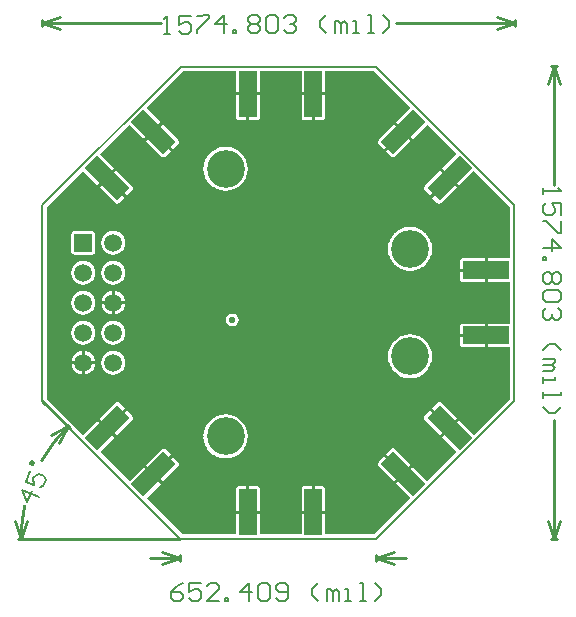
<source format=gbl>
G04 Layer_Physical_Order=4*
G04 Layer_Color=16711680*
%FSLAX44Y44*%
%MOMM*%
G71*
G01*
G75*
G04:AMPARAMS|DCode=13|XSize=3.95mm|YSize=1.5mm|CornerRadius=0mm|HoleSize=0mm|Usage=FLASHONLY|Rotation=315.000|XOffset=0mm|YOffset=0mm|HoleType=Round|Shape=Rectangle|*
%AMROTATEDRECTD13*
4,1,4,-1.9269,0.8662,-0.8662,1.9269,1.9269,-0.8662,0.8662,-1.9269,-1.9269,0.8662,0.0*
%
%ADD13ROTATEDRECTD13*%

%ADD15R,1.5000X3.9500*%
G04:AMPARAMS|DCode=17|XSize=3.95mm|YSize=1.5mm|CornerRadius=0mm|HoleSize=0mm|Usage=FLASHONLY|Rotation=225.000|XOffset=0mm|YOffset=0mm|HoleType=Round|Shape=Rectangle|*
%AMROTATEDRECTD17*
4,1,4,0.8662,1.9269,1.9269,0.8662,-0.8662,-1.9269,-1.9269,-0.8662,0.8662,1.9269,0.0*
%
%ADD17ROTATEDRECTD17*%

%ADD22R,3.9500X1.5000*%
%ADD28C,0.2540*%
%ADD29C,0.1270*%
%ADD30C,0.1524*%
%ADD31C,3.2000*%
%ADD32C,1.5000*%
%ADD33R,1.5000X1.5000*%
%ADD34C,0.5588*%
%ADD35C,0.3556*%
G36*
X1511899Y965139D02*
X1499745Y952986D01*
X1506880Y945852D01*
X1514014Y938717D01*
X1526168Y950870D01*
X1551072Y925966D01*
X1538919Y913812D01*
X1546054Y906678D01*
X1553188Y899543D01*
X1565341Y911697D01*
X1595856Y881182D01*
Y837790D01*
X1577570D01*
Y827700D01*
Y817610D01*
X1595856D01*
Y782390D01*
X1577570D01*
Y772300D01*
Y762210D01*
X1595856D01*
Y718812D01*
X1565317Y688273D01*
X1553188Y700403D01*
X1546054Y693268D01*
X1538919Y686134D01*
X1551048Y674004D01*
X1526144Y649100D01*
X1514014Y661229D01*
X1506880Y654094D01*
X1499745Y646960D01*
X1511875Y634831D01*
X1481188Y604144D01*
X1439870D01*
Y621308D01*
X1429780D01*
X1419690D01*
Y604144D01*
X1384470D01*
Y621308D01*
X1374380D01*
X1364290D01*
Y604144D01*
X1318908D01*
X1288475Y634577D01*
X1300605Y646706D01*
X1293470Y653840D01*
X1286336Y660975D01*
X1274206Y648846D01*
X1249302Y673750D01*
X1261431Y685880D01*
X1254296Y693014D01*
X1247162Y700149D01*
X1235033Y688019D01*
X1204144Y718908D01*
Y881038D01*
X1234779Y911673D01*
X1246908Y899543D01*
X1254042Y906678D01*
X1261177Y913812D01*
X1249048Y925942D01*
X1273952Y950846D01*
X1286082Y938717D01*
X1293216Y945852D01*
X1300351Y952986D01*
X1288221Y965115D01*
X1318962Y995856D01*
X1364290D01*
Y978384D01*
X1374380D01*
X1384470D01*
Y995856D01*
X1419690D01*
Y978384D01*
X1429780D01*
X1439870D01*
Y995856D01*
X1481182D01*
X1511899Y965139D01*
D02*
G37*
%LPC*%
G36*
X1244959Y747930D02*
X1236270D01*
Y739241D01*
X1237621Y739418D01*
X1240063Y740430D01*
X1242161Y742039D01*
X1243770Y744137D01*
X1244782Y746579D01*
X1244959Y747930D01*
D02*
G37*
G36*
X1233730Y759159D02*
X1232379Y758982D01*
X1229937Y757970D01*
X1227839Y756361D01*
X1226230Y754263D01*
X1225218Y751821D01*
X1225041Y750470D01*
X1233730D01*
Y759159D01*
D02*
G37*
G36*
X1236270D02*
Y750470D01*
X1244959D01*
X1244782Y751821D01*
X1243770Y754263D01*
X1242161Y756361D01*
X1240063Y757970D01*
X1237621Y758982D01*
X1236270Y759159D01*
D02*
G37*
G36*
X1355344Y705483D02*
X1355218Y705458D01*
X1355090Y705471D01*
X1351954Y705162D01*
X1351710Y705088D01*
X1351456Y705063D01*
X1348440Y704148D01*
X1348215Y704028D01*
X1347971Y703954D01*
X1345191Y702468D01*
X1344994Y702306D01*
X1344994D01*
X1344994Y702306D01*
X1344769Y702186D01*
X1342333Y700186D01*
X1342171Y699989D01*
X1341974Y699827D01*
X1339974Y697391D01*
X1339854Y697166D01*
X1339854Y697166D01*
X1339854Y697166D01*
X1339692Y696969D01*
X1338206Y694189D01*
X1338132Y693945D01*
X1338012Y693720D01*
X1337097Y690704D01*
X1337072Y690450D01*
X1336998Y690206D01*
X1336689Y687070D01*
X1336714Y686816D01*
Y686816D01*
Y686816D01*
X1336689Y686562D01*
X1336998Y683426D01*
X1337072Y683182D01*
X1337097Y682928D01*
X1338012Y679912D01*
X1338132Y679687D01*
X1338206Y679443D01*
X1339692Y676663D01*
X1339854Y676466D01*
Y676466D01*
X1339854Y676466D01*
X1339974Y676241D01*
X1341974Y673805D01*
X1342171Y673643D01*
X1342333Y673446D01*
X1344769Y671446D01*
X1344994Y671326D01*
X1344994Y671326D01*
X1344994Y671326D01*
X1345191Y671164D01*
X1347971Y669678D01*
X1348215Y669604D01*
X1348440Y669484D01*
X1351456Y668569D01*
X1351710Y668544D01*
X1351954Y668470D01*
X1355090Y668161D01*
X1355218Y668174D01*
X1355344Y668149D01*
X1355470Y668174D01*
X1355598Y668161D01*
X1358734Y668470D01*
X1358978Y668544D01*
X1359232Y668569D01*
X1362248Y669484D01*
X1362473Y669604D01*
X1362717Y669678D01*
X1365497Y671164D01*
X1365694Y671326D01*
X1365694D01*
X1365694Y671326D01*
X1365919Y671446D01*
X1368355Y673446D01*
X1368517Y673643D01*
X1368714Y673805D01*
X1370714Y676241D01*
X1370834Y676466D01*
X1370834Y676466D01*
X1370834Y676466D01*
X1370996Y676663D01*
X1372482Y679443D01*
X1372556Y679687D01*
X1372676Y679912D01*
X1373591Y682928D01*
X1373616Y683182D01*
X1373690Y683426D01*
X1373999Y686562D01*
X1373974Y686816D01*
Y686816D01*
Y686816D01*
X1373999Y687070D01*
X1373690Y690206D01*
X1373616Y690450D01*
X1373591Y690704D01*
X1372676Y693720D01*
X1372556Y693945D01*
X1372482Y694189D01*
X1370996Y696969D01*
X1370834Y697166D01*
Y697166D01*
X1370834Y697166D01*
X1370714Y697391D01*
X1368714Y699827D01*
X1368517Y699989D01*
X1368355Y700186D01*
X1365919Y702186D01*
X1365694Y702306D01*
X1365694Y702306D01*
X1365694Y702306D01*
X1365497Y702468D01*
X1362717Y703954D01*
X1362473Y704028D01*
X1362248Y704148D01*
X1359232Y705063D01*
X1358978Y705088D01*
X1358734Y705162D01*
X1355598Y705471D01*
X1355470Y705458D01*
X1355344Y705483D01*
D02*
G37*
G36*
X1260400Y759327D02*
X1257779Y758982D01*
X1255337Y757970D01*
X1253239Y756361D01*
X1251630Y754263D01*
X1250618Y751821D01*
X1250273Y749200D01*
X1250618Y746579D01*
X1251630Y744137D01*
X1253239Y742039D01*
X1255337Y740430D01*
X1257779Y739418D01*
X1260400Y739073D01*
X1263021Y739418D01*
X1265463Y740430D01*
X1267561Y742039D01*
X1269170Y744137D01*
X1270182Y746579D01*
X1270527Y749200D01*
X1270182Y751821D01*
X1269170Y754263D01*
X1267561Y756361D01*
X1265463Y757970D01*
X1263021Y758982D01*
X1260400Y759327D01*
D02*
G37*
G36*
X1233730Y747930D02*
X1225041D01*
X1225218Y746579D01*
X1226230Y744137D01*
X1227839Y742039D01*
X1229937Y740430D01*
X1232379Y739418D01*
X1233730Y739241D01*
Y747930D01*
D02*
G37*
G36*
X1511554Y773301D02*
X1511428Y773276D01*
X1511300Y773289D01*
X1508164Y772980D01*
X1507920Y772906D01*
X1507666Y772881D01*
X1504650Y771966D01*
X1504425Y771846D01*
X1504181Y771772D01*
X1501401Y770286D01*
X1501204Y770124D01*
X1501204D01*
X1501204Y770124D01*
X1500979Y770004D01*
X1498543Y768004D01*
X1498381Y767807D01*
X1498184Y767645D01*
X1496184Y765209D01*
X1496064Y764984D01*
X1496064Y764984D01*
X1496064Y764984D01*
X1495902Y764787D01*
X1494416Y762007D01*
X1494342Y761763D01*
X1494222Y761538D01*
X1493307Y758522D01*
X1493282Y758268D01*
X1493208Y758024D01*
X1492899Y754888D01*
X1492924Y754634D01*
Y754634D01*
Y754634D01*
X1492899Y754380D01*
X1493208Y751244D01*
X1493282Y751000D01*
X1493307Y750746D01*
X1494222Y747730D01*
X1494342Y747505D01*
X1494416Y747261D01*
X1495902Y744481D01*
X1496064Y744284D01*
Y744284D01*
X1496064Y744284D01*
X1496184Y744059D01*
X1498184Y741623D01*
X1498381Y741461D01*
X1498543Y741264D01*
X1500979Y739264D01*
X1501204Y739144D01*
X1501204Y739144D01*
X1501204Y739144D01*
X1501401Y738982D01*
X1504181Y737496D01*
X1504425Y737422D01*
X1504650Y737302D01*
X1507666Y736387D01*
X1507920Y736362D01*
X1508164Y736288D01*
X1511300Y735979D01*
X1511428Y735992D01*
X1511554Y735967D01*
X1511680Y735992D01*
X1511808Y735979D01*
X1514944Y736288D01*
X1515188Y736362D01*
X1515442Y736387D01*
X1518458Y737302D01*
X1518683Y737422D01*
X1518927Y737496D01*
X1521707Y738982D01*
X1521904Y739144D01*
X1521904D01*
X1521904Y739144D01*
X1522129Y739264D01*
X1524565Y741264D01*
X1524727Y741461D01*
X1524924Y741623D01*
X1526924Y744059D01*
X1527044Y744284D01*
X1527044Y744284D01*
X1527044Y744284D01*
X1527206Y744481D01*
X1528692Y747261D01*
X1528766Y747505D01*
X1528886Y747730D01*
X1529801Y750746D01*
X1529826Y751000D01*
X1529900Y751244D01*
X1530209Y754380D01*
X1530184Y754634D01*
Y754634D01*
Y754634D01*
X1530209Y754888D01*
X1529900Y758024D01*
X1529826Y758268D01*
X1529801Y758522D01*
X1528886Y761538D01*
X1528766Y761763D01*
X1528692Y762007D01*
X1527206Y764787D01*
X1527044Y764984D01*
Y764984D01*
X1527044Y764984D01*
X1526924Y765209D01*
X1524924Y767645D01*
X1524727Y767807D01*
X1524565Y768004D01*
X1522129Y770004D01*
X1521904Y770124D01*
X1521904Y770124D01*
X1521904Y770124D01*
X1521707Y770286D01*
X1518927Y771772D01*
X1518683Y771846D01*
X1518458Y771966D01*
X1515442Y772881D01*
X1515188Y772906D01*
X1514944Y772980D01*
X1511808Y773289D01*
X1511680Y773276D01*
X1511554Y773301D01*
D02*
G37*
G36*
X1575030Y782390D02*
X1556550D01*
X1555559Y782193D01*
X1554719Y781631D01*
X1554157Y780791D01*
X1553960Y779800D01*
Y773570D01*
X1575030D01*
Y782390D01*
D02*
G37*
G36*
X1360932Y790807D02*
X1358851Y790393D01*
X1357086Y789214D01*
X1355907Y787449D01*
X1355493Y785368D01*
X1355907Y783287D01*
X1357086Y781522D01*
X1358851Y780343D01*
X1360932Y779930D01*
X1363013Y780343D01*
X1364778Y781522D01*
X1365957Y783287D01*
X1366371Y785368D01*
X1365957Y787449D01*
X1364778Y789214D01*
X1363013Y790393D01*
X1360932Y790807D01*
D02*
G37*
G36*
X1575030Y771030D02*
X1553960D01*
Y764800D01*
X1554157Y763809D01*
X1554719Y762969D01*
X1555559Y762407D01*
X1556550Y762210D01*
X1575030D01*
Y771030D01*
D02*
G37*
G36*
X1235000Y784727D02*
X1232379Y784382D01*
X1229937Y783370D01*
X1227839Y781761D01*
X1226230Y779663D01*
X1225218Y777221D01*
X1224873Y774600D01*
X1225218Y771979D01*
X1226230Y769537D01*
X1227839Y767439D01*
X1229937Y765830D01*
X1232379Y764818D01*
X1235000Y764473D01*
X1237621Y764818D01*
X1240063Y765830D01*
X1242161Y767439D01*
X1243770Y769537D01*
X1244782Y771979D01*
X1245127Y774600D01*
X1244782Y777221D01*
X1243770Y779663D01*
X1242161Y781761D01*
X1240063Y783370D01*
X1237621Y784382D01*
X1235000Y784727D01*
D02*
G37*
G36*
X1260400D02*
X1257779Y784382D01*
X1255337Y783370D01*
X1253239Y781761D01*
X1251630Y779663D01*
X1250618Y777221D01*
X1250273Y774600D01*
X1250618Y771979D01*
X1251630Y769537D01*
X1253239Y767439D01*
X1255337Y765830D01*
X1257779Y764818D01*
X1260400Y764473D01*
X1263021Y764818D01*
X1265463Y765830D01*
X1267561Y767439D01*
X1269170Y769537D01*
X1270182Y771979D01*
X1270527Y774600D01*
X1270182Y777221D01*
X1269170Y779663D01*
X1267561Y781761D01*
X1265463Y783370D01*
X1263021Y784382D01*
X1260400Y784727D01*
D02*
G37*
G36*
X1381880Y644918D02*
X1375650D01*
Y623848D01*
X1384470D01*
Y642328D01*
X1384273Y643319D01*
X1383711Y644159D01*
X1382871Y644721D01*
X1381880Y644918D01*
D02*
G37*
G36*
X1311063Y669637D02*
X1296164Y654738D01*
X1302401Y648502D01*
X1315468Y661569D01*
X1316030Y662410D01*
X1316227Y663401D01*
X1316030Y664392D01*
X1315468Y665232D01*
X1311063Y669637D01*
D02*
G37*
G36*
X1489287Y669891D02*
X1484882Y665486D01*
X1484321Y664646D01*
X1484123Y663655D01*
X1484321Y662663D01*
X1484882Y661823D01*
X1497949Y648756D01*
X1504186Y654993D01*
X1489287Y669891D01*
D02*
G37*
G36*
X1428510Y644918D02*
X1422280D01*
X1421289Y644721D01*
X1420449Y644159D01*
X1419887Y643319D01*
X1419690Y642328D01*
Y623848D01*
X1428510D01*
Y644918D01*
D02*
G37*
G36*
X1437280D02*
X1431050D01*
Y623848D01*
X1439870D01*
Y642328D01*
X1439673Y643319D01*
X1439111Y644159D01*
X1438271Y644721D01*
X1437280Y644918D01*
D02*
G37*
G36*
X1373110D02*
X1366880D01*
X1365889Y644721D01*
X1365049Y644159D01*
X1364487Y643319D01*
X1364290Y642328D01*
Y623848D01*
X1373110D01*
Y644918D01*
D02*
G37*
G36*
X1528461Y709065D02*
X1524056Y704660D01*
X1523494Y703819D01*
X1523297Y702828D01*
X1523494Y701837D01*
X1524056Y700997D01*
X1537123Y687930D01*
X1543360Y694166D01*
X1528461Y709065D01*
D02*
G37*
G36*
X1263857Y715771D02*
X1262866Y715574D01*
X1262025Y715012D01*
X1248958Y701945D01*
X1255194Y695708D01*
X1270093Y710607D01*
X1265688Y715012D01*
X1264848Y715574D01*
X1263857Y715771D01*
D02*
G37*
G36*
X1536493Y716025D02*
X1535502Y715827D01*
X1534662Y715266D01*
X1530257Y710861D01*
X1545156Y695962D01*
X1551392Y702199D01*
X1538325Y715266D01*
X1537484Y715827D01*
X1536493Y716025D01*
D02*
G37*
G36*
X1303030Y676597D02*
X1302039Y676400D01*
X1301199Y675838D01*
X1288132Y662771D01*
X1294368Y656535D01*
X1309267Y671433D01*
X1304861Y675838D01*
X1304021Y676400D01*
X1303030Y676597D01*
D02*
G37*
G36*
X1497320Y676851D02*
X1496329Y676654D01*
X1495488Y676092D01*
X1491083Y671687D01*
X1505982Y656788D01*
X1512218Y663025D01*
X1499151Y676092D01*
X1498311Y676654D01*
X1497320Y676851D01*
D02*
G37*
G36*
X1271889Y708811D02*
X1256991Y693912D01*
X1263227Y687676D01*
X1276294Y700743D01*
X1276856Y701583D01*
X1277053Y702574D01*
X1276856Y703565D01*
X1276294Y704406D01*
X1271889Y708811D01*
D02*
G37*
G36*
X1235000Y810127D02*
X1232379Y809782D01*
X1229937Y808770D01*
X1227839Y807161D01*
X1226230Y805063D01*
X1225218Y802621D01*
X1224873Y800000D01*
X1225218Y797379D01*
X1226230Y794937D01*
X1227839Y792839D01*
X1229937Y791230D01*
X1232379Y790218D01*
X1235000Y789873D01*
X1237621Y790218D01*
X1240063Y791230D01*
X1242161Y792839D01*
X1243770Y794937D01*
X1244782Y797379D01*
X1245127Y800000D01*
X1244782Y802621D01*
X1243770Y805063D01*
X1242161Y807161D01*
X1240063Y808770D01*
X1237621Y809782D01*
X1235000Y810127D01*
D02*
G37*
G36*
X1294114Y943157D02*
X1287878Y936921D01*
X1300945Y923854D01*
X1301785Y923292D01*
X1302776Y923095D01*
X1303767Y923292D01*
X1304608Y923854D01*
X1309013Y928259D01*
X1294114Y943157D01*
D02*
G37*
G36*
X1505982Y943158D02*
X1491083Y928259D01*
X1495488Y923854D01*
X1496329Y923292D01*
X1497320Y923095D01*
X1498311Y923292D01*
X1499151Y923854D01*
X1512218Y936921D01*
X1505982Y943158D01*
D02*
G37*
G36*
X1302147Y951190D02*
X1295910Y944954D01*
X1310809Y930055D01*
X1315214Y934460D01*
X1315775Y935300D01*
X1315973Y936291D01*
X1315775Y937282D01*
X1315214Y938123D01*
X1302147Y951190D01*
D02*
G37*
G36*
X1545156Y903984D02*
X1530257Y889085D01*
X1534662Y884680D01*
X1535502Y884118D01*
X1536493Y883921D01*
X1537484Y884118D01*
X1538325Y884680D01*
X1551392Y897747D01*
X1545156Y903984D01*
D02*
G37*
G36*
X1262973Y912016D02*
X1256737Y905780D01*
X1271635Y890881D01*
X1276040Y895286D01*
X1276602Y896127D01*
X1276799Y897118D01*
X1276602Y898109D01*
X1276040Y898949D01*
X1262973Y912016D01*
D02*
G37*
G36*
X1537123Y912016D02*
X1524056Y898949D01*
X1523494Y898109D01*
X1523297Y897118D01*
X1523494Y896127D01*
X1524056Y895286D01*
X1528461Y890881D01*
X1543360Y905780D01*
X1537123Y912016D01*
D02*
G37*
G36*
X1384470Y975844D02*
X1375650D01*
Y954774D01*
X1381880D01*
X1382871Y954971D01*
X1383711Y955533D01*
X1384273Y956373D01*
X1384470Y957364D01*
Y975844D01*
D02*
G37*
G36*
X1428510Y975844D02*
X1419690D01*
Y957364D01*
X1419887Y956373D01*
X1420449Y955533D01*
X1421289Y954971D01*
X1422280Y954774D01*
X1428510D01*
Y975844D01*
D02*
G37*
G36*
X1439870D02*
X1431050D01*
Y954774D01*
X1437280D01*
X1438271Y954971D01*
X1439111Y955533D01*
X1439673Y956373D01*
X1439870Y957364D01*
Y975844D01*
D02*
G37*
G36*
X1497949Y951190D02*
X1484882Y938123D01*
X1484321Y937282D01*
X1484123Y936291D01*
X1484321Y935300D01*
X1484882Y934460D01*
X1489287Y930055D01*
X1504186Y944954D01*
X1497949Y951190D01*
D02*
G37*
G36*
X1355344Y932051D02*
X1355218Y932026D01*
X1355090Y932039D01*
X1351954Y931730D01*
X1351710Y931656D01*
X1351456Y931631D01*
X1348440Y930716D01*
X1348215Y930596D01*
X1347971Y930522D01*
X1345191Y929036D01*
X1344994Y928874D01*
X1344994D01*
X1344994Y928874D01*
X1344769Y928754D01*
X1342333Y926754D01*
X1342171Y926557D01*
X1341974Y926395D01*
X1339974Y923959D01*
X1339854Y923734D01*
X1339854Y923734D01*
X1339854Y923734D01*
X1339692Y923537D01*
X1338206Y920757D01*
X1338132Y920513D01*
X1338012Y920288D01*
X1337097Y917272D01*
X1337072Y917018D01*
X1336998Y916774D01*
X1336689Y913638D01*
X1336714Y913384D01*
Y913384D01*
Y913384D01*
X1336689Y913130D01*
X1336998Y909994D01*
X1337072Y909750D01*
X1337097Y909496D01*
X1338012Y906480D01*
X1338132Y906255D01*
X1338206Y906011D01*
X1339692Y903231D01*
X1339854Y903034D01*
Y903034D01*
X1339854Y903034D01*
X1339974Y902809D01*
X1341974Y900373D01*
X1342171Y900211D01*
X1342333Y900014D01*
X1344769Y898014D01*
X1344994Y897894D01*
X1344994Y897894D01*
X1344994Y897894D01*
X1345191Y897732D01*
X1347971Y896246D01*
X1348215Y896172D01*
X1348440Y896052D01*
X1351456Y895137D01*
X1351710Y895112D01*
X1351954Y895038D01*
X1355090Y894729D01*
X1355218Y894742D01*
X1355344Y894717D01*
X1355470Y894742D01*
X1355598Y894729D01*
X1358734Y895038D01*
X1358978Y895112D01*
X1359232Y895137D01*
X1362248Y896052D01*
X1362473Y896172D01*
X1362717Y896246D01*
X1365497Y897732D01*
X1365694Y897894D01*
X1365694D01*
X1365694Y897894D01*
X1365919Y898014D01*
X1368355Y900014D01*
X1368517Y900211D01*
X1368714Y900373D01*
X1370714Y902809D01*
X1370834Y903034D01*
X1370834Y903034D01*
X1370834Y903034D01*
X1370996Y903231D01*
X1372482Y906011D01*
X1372556Y906255D01*
X1372676Y906480D01*
X1373591Y909496D01*
X1373616Y909750D01*
X1373690Y909994D01*
X1373999Y913130D01*
X1373974Y913384D01*
Y913384D01*
Y913384D01*
X1373999Y913638D01*
X1373690Y916774D01*
X1373616Y917018D01*
X1373591Y917272D01*
X1372676Y920288D01*
X1372556Y920513D01*
X1372482Y920757D01*
X1370996Y923537D01*
X1370834Y923734D01*
Y923734D01*
X1370834Y923734D01*
X1370714Y923959D01*
X1368714Y926395D01*
X1368517Y926557D01*
X1368355Y926754D01*
X1365919Y928754D01*
X1365694Y928874D01*
X1365694Y928874D01*
X1365694Y928874D01*
X1365497Y929036D01*
X1362717Y930522D01*
X1362473Y930596D01*
X1362248Y930716D01*
X1359232Y931631D01*
X1358978Y931656D01*
X1358734Y931730D01*
X1355598Y932039D01*
X1355470Y932026D01*
X1355344Y932051D01*
D02*
G37*
G36*
X1373110Y975844D02*
X1364290D01*
Y957364D01*
X1364487Y956373D01*
X1365049Y955533D01*
X1365889Y954971D01*
X1366880Y954774D01*
X1373110D01*
Y975844D01*
D02*
G37*
G36*
X1261670Y809959D02*
Y801270D01*
X1270359D01*
X1270182Y802621D01*
X1269170Y805063D01*
X1267561Y807161D01*
X1265463Y808770D01*
X1263021Y809782D01*
X1261670Y809959D01*
D02*
G37*
G36*
X1235000Y835527D02*
X1232379Y835182D01*
X1229937Y834170D01*
X1227839Y832561D01*
X1226230Y830463D01*
X1225218Y828021D01*
X1224873Y825400D01*
X1225218Y822779D01*
X1226230Y820337D01*
X1227839Y818239D01*
X1229937Y816630D01*
X1232379Y815618D01*
X1235000Y815273D01*
X1237621Y815618D01*
X1240063Y816630D01*
X1242161Y818239D01*
X1243770Y820337D01*
X1244782Y822779D01*
X1245127Y825400D01*
X1244782Y828021D01*
X1243770Y830463D01*
X1242161Y832561D01*
X1240063Y834170D01*
X1237621Y835182D01*
X1235000Y835527D01*
D02*
G37*
G36*
X1260400D02*
X1257779Y835182D01*
X1255337Y834170D01*
X1253239Y832561D01*
X1251630Y830463D01*
X1250618Y828021D01*
X1250273Y825400D01*
X1250618Y822779D01*
X1251630Y820337D01*
X1253239Y818239D01*
X1255337Y816630D01*
X1257779Y815618D01*
X1260400Y815273D01*
X1263021Y815618D01*
X1265463Y816630D01*
X1267561Y818239D01*
X1269170Y820337D01*
X1270182Y822779D01*
X1270527Y825400D01*
X1270182Y828021D01*
X1269170Y830463D01*
X1267561Y832561D01*
X1265463Y834170D01*
X1263021Y835182D01*
X1260400Y835527D01*
D02*
G37*
G36*
X1259130Y798730D02*
X1250441D01*
X1250618Y797379D01*
X1251630Y794937D01*
X1253239Y792839D01*
X1255337Y791230D01*
X1257779Y790218D01*
X1259130Y790041D01*
Y798730D01*
D02*
G37*
G36*
X1270359D02*
X1261670D01*
Y790041D01*
X1263021Y790218D01*
X1265463Y791230D01*
X1267561Y792839D01*
X1269170Y794937D01*
X1270182Y797379D01*
X1270359Y798730D01*
D02*
G37*
G36*
X1259130Y809959D02*
X1257779Y809782D01*
X1255337Y808770D01*
X1253239Y807161D01*
X1251630Y805063D01*
X1250618Y802621D01*
X1250441Y801270D01*
X1259130D01*
Y809959D01*
D02*
G37*
G36*
X1242500Y860890D02*
X1227500D01*
X1226509Y860693D01*
X1225669Y860131D01*
X1225107Y859291D01*
X1224910Y858300D01*
Y843300D01*
X1225107Y842309D01*
X1225669Y841469D01*
X1226509Y840907D01*
X1227500Y840710D01*
X1242500D01*
X1243491Y840907D01*
X1244331Y841469D01*
X1244893Y842309D01*
X1245090Y843300D01*
Y858300D01*
X1244893Y859291D01*
X1244331Y860131D01*
X1243491Y860693D01*
X1242500Y860890D01*
D02*
G37*
G36*
X1511554Y864233D02*
X1511428Y864208D01*
X1511300Y864221D01*
X1508164Y863912D01*
X1507920Y863838D01*
X1507666Y863813D01*
X1504650Y862898D01*
X1504425Y862778D01*
X1504181Y862704D01*
X1501401Y861218D01*
X1501204Y861056D01*
X1501204D01*
X1501204Y861056D01*
X1500979Y860936D01*
X1498543Y858936D01*
X1498381Y858739D01*
X1498184Y858577D01*
X1496184Y856141D01*
X1496064Y855916D01*
X1496064Y855916D01*
X1496064Y855916D01*
X1495902Y855719D01*
X1494416Y852939D01*
X1494342Y852695D01*
X1494222Y852470D01*
X1493307Y849454D01*
X1493282Y849200D01*
X1493208Y848956D01*
X1492899Y845820D01*
X1492924Y845566D01*
Y845566D01*
Y845566D01*
X1492899Y845312D01*
X1493208Y842176D01*
X1493282Y841932D01*
X1493307Y841678D01*
X1494222Y838662D01*
X1494342Y838437D01*
X1494416Y838193D01*
X1495902Y835413D01*
X1496064Y835216D01*
Y835216D01*
X1496064Y835216D01*
X1496184Y834991D01*
X1498184Y832555D01*
X1498381Y832393D01*
X1498543Y832196D01*
X1500979Y830196D01*
X1501204Y830076D01*
X1501204Y830076D01*
X1501204Y830076D01*
X1501401Y829914D01*
X1504181Y828428D01*
X1504425Y828354D01*
X1504650Y828234D01*
X1507666Y827319D01*
X1507920Y827294D01*
X1508164Y827220D01*
X1511300Y826911D01*
X1511428Y826924D01*
X1511554Y826899D01*
X1511680Y826924D01*
X1511808Y826911D01*
X1514944Y827220D01*
X1515188Y827294D01*
X1515442Y827319D01*
X1518458Y828234D01*
X1518683Y828354D01*
X1518927Y828428D01*
X1521707Y829914D01*
X1521904Y830076D01*
X1521904D01*
X1521904Y830076D01*
X1522129Y830196D01*
X1524565Y832196D01*
X1524727Y832393D01*
X1524924Y832555D01*
X1526924Y834991D01*
X1527044Y835216D01*
X1527044Y835216D01*
X1527044Y835216D01*
X1527206Y835413D01*
X1528692Y838193D01*
X1528766Y838437D01*
X1528886Y838662D01*
X1529801Y841678D01*
X1529826Y841932D01*
X1529900Y842176D01*
X1530209Y845312D01*
X1530184Y845566D01*
Y845566D01*
Y845566D01*
X1530209Y845820D01*
X1529900Y848956D01*
X1529826Y849200D01*
X1529801Y849454D01*
X1528886Y852470D01*
X1528766Y852695D01*
X1528692Y852939D01*
X1527206Y855719D01*
X1527044Y855916D01*
Y855916D01*
X1527044Y855916D01*
X1526924Y856141D01*
X1524924Y858577D01*
X1524727Y858739D01*
X1524565Y858936D01*
X1522129Y860936D01*
X1521904Y861056D01*
X1521904Y861056D01*
X1521904Y861056D01*
X1521707Y861218D01*
X1518927Y862704D01*
X1518683Y862778D01*
X1518458Y862898D01*
X1515442Y863813D01*
X1515188Y863838D01*
X1514944Y863912D01*
X1511808Y864221D01*
X1511680Y864208D01*
X1511554Y864233D01*
D02*
G37*
G36*
X1254940Y903984D02*
X1248704Y897747D01*
X1261771Y884680D01*
X1262611Y884118D01*
X1263603Y883921D01*
X1264594Y884118D01*
X1265434Y884680D01*
X1269839Y889085D01*
X1254940Y903984D01*
D02*
G37*
G36*
X1575030Y826430D02*
X1553960D01*
Y820200D01*
X1554157Y819209D01*
X1554719Y818369D01*
X1555559Y817807D01*
X1556550Y817610D01*
X1575030D01*
Y826430D01*
D02*
G37*
G36*
Y837790D02*
X1556550D01*
X1555559Y837593D01*
X1554719Y837031D01*
X1554157Y836191D01*
X1553960Y835200D01*
Y828970D01*
X1575030D01*
Y837790D01*
D02*
G37*
G36*
X1260400Y860927D02*
X1257779Y860582D01*
X1255337Y859570D01*
X1253239Y857961D01*
X1251630Y855863D01*
X1250618Y853421D01*
X1250273Y850800D01*
X1250618Y848179D01*
X1251630Y845737D01*
X1253239Y843639D01*
X1255337Y842030D01*
X1257779Y841018D01*
X1260400Y840673D01*
X1263021Y841018D01*
X1265463Y842030D01*
X1267561Y843639D01*
X1269170Y845737D01*
X1270182Y848179D01*
X1270527Y850800D01*
X1270182Y853421D01*
X1269170Y855863D01*
X1267561Y857961D01*
X1265463Y859570D01*
X1263021Y860582D01*
X1260400Y860927D01*
D02*
G37*
%LPD*%
D13*
X1254940Y905780D02*
D03*
X1294114Y944954D02*
D03*
X1545155Y694166D02*
D03*
X1505982Y654993D02*
D03*
D15*
X1374380Y977114D02*
D03*
X1429780D02*
D03*
Y622578D02*
D03*
X1374380D02*
D03*
D17*
X1505982Y944954D02*
D03*
X1545155Y905780D02*
D03*
X1294368Y654738D02*
D03*
X1255194Y693912D02*
D03*
D22*
X1576300Y827700D02*
D03*
Y772300D02*
D03*
D28*
X1185307Y627934D02*
G03*
X1182381Y599940I131885J-27934D01*
G01*
X1221866Y695326D02*
G03*
X1199881Y666424I95326J-95326D01*
G01*
X1179841Y599939D02*
X1317192Y600000D01*
X1200000Y717192D02*
X1223662Y693530D01*
X1182381Y599940D02*
X1187454Y615182D01*
X1177294Y615177D02*
X1182381Y599940D01*
X1207498Y688142D02*
X1221866Y695326D01*
X1214682Y680957D02*
X1221866Y695326D01*
X1600267Y1039726D02*
X1600269Y1034646D01*
X1200267Y1039582D02*
X1200269Y1034502D01*
X1585030Y1032101D02*
X1600268Y1037186D01*
X1585026Y1042261D02*
X1600268Y1037186D01*
X1200268Y1037042D02*
X1215510Y1031968D01*
X1200268Y1037042D02*
X1215506Y1042128D01*
X1499551Y1037150D02*
X1600268Y1037186D01*
X1200268Y1037042D02*
X1300985Y1037079D01*
X1482829Y581152D02*
Y586232D01*
X1317117Y581152D02*
Y586232D01*
X1482829Y583692D02*
X1498069Y578612D01*
X1482829Y583692D02*
X1498069Y588772D01*
X1301877Y578612D02*
X1317117Y583692D01*
X1301877Y588772D02*
X1317117Y583692D01*
X1482829D02*
X1508229D01*
X1291717D02*
X1317117D01*
X1630940Y600125D02*
X1636020Y600125D01*
X1630934Y1000125D02*
X1636014Y1000125D01*
X1628400Y615365D02*
X1633480Y600125D01*
X1638560Y615365D01*
X1628394Y984885D02*
X1633474Y1000125D01*
X1638554Y984885D01*
X1633479Y700842D02*
X1633480Y600125D01*
X1633474Y1000125D02*
X1633475Y899408D01*
D29*
X1200000Y717192D02*
Y882754D01*
X1317246Y1000000D01*
X1482898D01*
X1600000Y882898D01*
Y717096D02*
Y882898D01*
X1482904Y600000D02*
X1600000Y717096D01*
X1317192Y600000D02*
X1482904D01*
X1200000Y717192D02*
X1317192Y600000D01*
D30*
X1197300Y635613D02*
X1183223Y641440D01*
X1187348Y631488D01*
X1191232Y640872D01*
X1190021Y657863D02*
X1186136Y648478D01*
X1193175Y645565D01*
X1192771Y651228D01*
X1193742Y653574D01*
X1197059Y654949D01*
X1201752Y653007D01*
X1203127Y649689D01*
X1201184Y644997D01*
X1197867Y643622D01*
X1191959Y662557D02*
X1189613Y663528D01*
X1190584Y665874D01*
X1192930Y664903D01*
X1191959Y662557D01*
X1303528Y1027938D02*
X1308606Y1027940D01*
X1306067Y1027939D01*
X1306062Y1043174D01*
X1303523Y1040634D01*
X1326375Y1043181D02*
X1316218Y1043178D01*
X1316221Y1035560D01*
X1321299Y1038101D01*
X1323838Y1038102D01*
X1326378Y1035564D01*
X1326380Y1030485D01*
X1323841Y1027945D01*
X1318763Y1027943D01*
X1316223Y1030482D01*
X1331454Y1043183D02*
X1341610Y1043187D01*
X1341611Y1040648D01*
X1331458Y1030487D01*
X1331459Y1027948D01*
X1354312Y1027956D02*
X1354306Y1043191D01*
X1346691Y1035571D01*
X1356848Y1035575D01*
X1361929Y1027959D02*
X1361928Y1030498D01*
X1364467Y1030499D01*
X1364468Y1027960D01*
X1361929Y1027959D01*
X1374620Y1040659D02*
X1377159Y1043200D01*
X1382237Y1043201D01*
X1384777Y1040663D01*
X1384778Y1038124D01*
X1382240Y1035584D01*
X1384780Y1033046D01*
X1384781Y1030506D01*
X1382242Y1027966D01*
X1377164Y1027964D01*
X1374624Y1030503D01*
X1374623Y1033042D01*
X1377161Y1035582D01*
X1374621Y1038120D01*
X1374620Y1040659D01*
X1377161Y1035582D02*
X1382240Y1035584D01*
X1389855Y1040665D02*
X1392394Y1043205D01*
X1397472Y1043207D01*
X1400012Y1040669D01*
X1400016Y1030512D01*
X1397478Y1027972D01*
X1392399Y1027970D01*
X1389859Y1030508D01*
X1389855Y1040665D01*
X1405091Y1040670D02*
X1407629Y1043211D01*
X1412707Y1043212D01*
X1415247Y1040674D01*
X1415248Y1038135D01*
X1412710Y1035595D01*
X1410171Y1035594D01*
X1412710Y1035595D01*
X1415250Y1033057D01*
X1415251Y1030517D01*
X1412713Y1027977D01*
X1407634Y1027975D01*
X1405094Y1030514D01*
X1440644Y1027987D02*
X1435563Y1033064D01*
X1435562Y1038142D01*
X1440638Y1043222D01*
X1448261Y1027990D02*
X1448257Y1038147D01*
X1450797Y1038148D01*
X1453337Y1035610D01*
X1453340Y1027992D01*
X1453337Y1035610D01*
X1455875Y1038150D01*
X1458415Y1035611D01*
X1458418Y1027994D01*
X1463496Y1027996D02*
X1468575Y1027997D01*
X1466035Y1027997D01*
X1466032Y1038153D01*
X1463493Y1038152D01*
X1476192Y1028000D02*
X1481270Y1028002D01*
X1478731Y1028001D01*
X1478726Y1043236D01*
X1476187Y1043235D01*
X1488888Y1028005D02*
X1493965Y1033085D01*
X1493963Y1038163D01*
X1488882Y1043240D01*
X1319734Y562361D02*
X1314656Y559822D01*
X1309578Y554743D01*
Y549665D01*
X1312117Y547126D01*
X1317195D01*
X1319734Y549665D01*
Y552204D01*
X1317195Y554743D01*
X1309578D01*
X1334970Y562361D02*
X1324813D01*
Y554743D01*
X1329891Y557283D01*
X1332430D01*
X1334970Y554743D01*
Y549665D01*
X1332430Y547126D01*
X1327352D01*
X1324813Y549665D01*
X1350205Y547126D02*
X1340048D01*
X1350205Y557283D01*
Y559822D01*
X1347666Y562361D01*
X1342587D01*
X1340048Y559822D01*
X1355283Y547126D02*
Y549665D01*
X1357822D01*
Y547126D01*
X1355283D01*
X1375596D02*
Y562361D01*
X1367979Y554743D01*
X1378136D01*
X1383214Y559822D02*
X1385753Y562361D01*
X1390831D01*
X1393371Y559822D01*
Y549665D01*
X1390831Y547126D01*
X1385753D01*
X1383214Y549665D01*
Y559822D01*
X1398449Y549665D02*
X1400988Y547126D01*
X1406067D01*
X1408606Y549665D01*
Y559822D01*
X1406067Y562361D01*
X1400988D01*
X1398449Y559822D01*
Y557283D01*
X1400988Y554743D01*
X1408606D01*
X1433997Y547126D02*
X1428919Y552204D01*
Y557283D01*
X1433997Y562361D01*
X1441615Y547126D02*
Y557283D01*
X1444154D01*
X1446693Y554743D01*
Y547126D01*
Y554743D01*
X1449233Y557283D01*
X1451772Y554743D01*
Y547126D01*
X1456850D02*
X1461929D01*
X1459389D01*
Y557283D01*
X1456850D01*
X1469546Y547126D02*
X1474624D01*
X1472085D01*
Y562361D01*
X1469546D01*
X1482242Y547126D02*
X1487320Y552204D01*
Y557283D01*
X1482242Y562361D01*
X1624334Y896868D02*
X1624334Y891790D01*
X1624334Y894329D01*
X1639569Y894329D01*
X1637030Y896868D01*
X1639569Y874016D02*
X1639569Y884172D01*
X1631952Y884172D01*
X1634491Y879094D01*
X1634491Y876555D01*
X1631952Y874016D01*
X1626873Y874016D01*
X1624334Y876555D01*
X1624334Y881633D01*
X1626873Y884172D01*
X1639570Y868937D02*
X1639570Y858781D01*
X1637030Y858781D01*
X1626874Y868937D01*
X1624334Y868937D01*
X1624335Y846085D02*
X1639570Y846085D01*
X1631952Y853702D01*
X1631952Y843545D01*
X1624335Y838467D02*
X1626874Y838467D01*
X1626874Y835928D01*
X1624335Y835928D01*
X1624335Y838467D01*
X1637031Y825771D02*
X1639570Y823232D01*
X1639570Y818154D01*
X1637031Y815614D01*
X1634492Y815614D01*
X1631953Y818154D01*
X1629414Y815614D01*
X1626874Y815614D01*
X1624335Y818154D01*
X1624335Y823232D01*
X1626874Y825771D01*
X1629413Y825771D01*
X1631953Y823232D01*
X1634492Y825771D01*
X1637031Y825771D01*
X1631953Y823232D02*
X1631953Y818154D01*
X1637031Y810536D02*
X1639570Y807997D01*
X1639570Y802919D01*
X1637031Y800379D01*
X1626875Y800379D01*
X1624335Y802918D01*
X1624335Y807997D01*
X1626875Y810536D01*
X1637031Y810536D01*
X1637031Y795301D02*
X1639571Y792762D01*
X1639571Y787684D01*
X1637032Y785144D01*
X1634492Y785144D01*
X1631953Y787683D01*
X1631953Y790223D01*
X1631953Y787683D01*
X1629414Y785144D01*
X1626875Y785144D01*
X1624336Y787683D01*
X1624336Y792762D01*
X1626875Y795301D01*
X1624336Y759752D02*
X1629414Y764831D01*
X1634493Y764831D01*
X1639571Y759753D01*
X1624336Y752135D02*
X1634493Y752135D01*
X1634493Y749596D01*
X1631954Y747057D01*
X1624336Y747057D01*
X1631954Y747057D01*
X1634493Y744518D01*
X1631954Y741978D01*
X1624336Y741978D01*
X1624336Y736900D02*
X1624337Y731822D01*
X1624337Y734361D01*
X1634493Y734361D01*
X1634493Y736900D01*
X1624337Y724204D02*
X1624337Y719126D01*
X1624337Y721665D01*
X1639572Y721665D01*
X1639572Y724204D01*
X1624337Y711508D02*
X1629415Y706430D01*
X1634494Y706430D01*
X1639572Y711508D01*
D31*
X1355344Y913384D02*
D03*
Y686816D02*
D03*
X1511554Y845566D02*
D03*
Y754634D02*
D03*
D32*
X1260400Y749200D02*
D03*
X1235000D02*
D03*
X1260400Y774600D02*
D03*
X1235000D02*
D03*
X1260400Y800000D02*
D03*
X1235000D02*
D03*
X1260400Y825400D02*
D03*
X1235000D02*
D03*
X1260400Y850800D02*
D03*
D33*
X1235000D02*
D03*
D34*
X1349808Y732099D02*
D03*
X1349059Y754331D02*
D03*
X1357879Y840041D02*
D03*
X1355364Y874278D02*
D03*
X1347075Y876702D02*
D03*
X1363986Y833934D02*
D03*
X1366700Y735251D02*
D03*
X1360170Y818896D02*
D03*
X1335532Y792734D02*
D03*
X1344676Y783590D02*
D03*
X1355344Y773176D02*
D03*
X1360932Y785368D02*
D03*
X1282789Y894849D02*
D03*
X1315517Y867162D02*
D03*
X1321623Y861055D02*
D03*
X1314248Y903042D02*
D03*
X1345398Y851973D02*
D03*
X1368797Y863552D02*
D03*
X1362604Y869571D02*
D03*
X1328705Y856114D02*
D03*
X1304936Y917368D02*
D03*
X1326370Y890739D02*
D03*
X1376199Y821721D02*
D03*
X1309411Y873269D02*
D03*
X1303304Y879376D02*
D03*
X1296997Y885275D02*
D03*
X1389380Y845566D02*
D03*
X1351772Y846147D02*
D03*
X1381010Y851338D02*
D03*
X1338648Y878592D02*
D03*
X1370092Y827827D02*
D03*
X1383792Y816356D02*
D03*
X1290506Y890971D02*
D03*
X1336860Y853270D02*
D03*
X1320263Y896845D02*
D03*
X1374903Y857445D02*
D03*
X1308534Y909518D02*
D03*
X1332476Y884632D02*
D03*
X1302765Y751333D02*
D03*
Y823215D02*
D03*
X1302766Y787400D02*
D03*
X1495365Y721997D02*
D03*
X1477045Y740317D02*
D03*
X1493520Y683260D02*
D03*
X1460520Y722457D02*
D03*
X1416304Y753618D02*
D03*
X1515177Y705397D02*
D03*
X1441641Y763529D02*
D03*
X1470939Y746424D02*
D03*
X1440266Y737820D02*
D03*
X1426718Y776986D02*
D03*
X1472733Y710244D02*
D03*
X1508072Y710306D02*
D03*
X1432074Y740553D02*
D03*
X1489258Y728104D02*
D03*
X1454414Y728564D02*
D03*
X1457536Y757173D02*
D03*
X1490403Y691314D02*
D03*
X1478830Y704127D02*
D03*
X1448307Y734670D02*
D03*
X1424686Y745998D02*
D03*
X1434084Y770128D02*
D03*
X1466627Y716350D02*
D03*
X1484782Y697870D02*
D03*
X1483152Y734211D02*
D03*
X1449162Y759284D02*
D03*
X1464792Y752490D02*
D03*
X1501581Y716002D02*
D03*
X1385278Y950714D02*
D03*
X1388760Y942811D02*
D03*
X1389344Y934195D02*
D03*
X1389888Y925576D02*
D03*
Y916940D02*
D03*
Y908304D02*
D03*
Y899668D02*
D03*
Y891032D02*
D03*
Y882396D02*
D03*
Y873760D02*
D03*
Y865124D02*
D03*
Y856488D02*
D03*
X1414218Y856044D02*
D03*
Y864680D02*
D03*
Y873316D02*
D03*
Y881952D02*
D03*
Y890588D02*
D03*
Y899224D02*
D03*
Y907860D02*
D03*
Y916496D02*
D03*
Y925132D02*
D03*
X1414322Y933767D02*
D03*
X1414794Y942390D02*
D03*
X1417066Y950722D02*
D03*
X1496622Y920174D02*
D03*
X1493554Y912101D02*
D03*
X1487858Y905610D02*
D03*
X1482132Y899145D02*
D03*
X1476026Y893038D02*
D03*
X1469919Y886932D02*
D03*
X1463813Y880825D02*
D03*
X1457706Y874718D02*
D03*
X1451594Y868617D02*
D03*
X1443079Y867178D02*
D03*
X1435346Y863333D02*
D03*
X1429016Y857458D02*
D03*
X1422909Y851352D02*
D03*
X1415288Y845566D02*
D03*
X1427793Y821806D02*
D03*
X1433899Y827913D02*
D03*
X1440006Y834019D02*
D03*
X1446112Y840126D02*
D03*
X1453737Y844182D02*
D03*
X1462063Y846473D02*
D03*
X1469014Y851598D02*
D03*
X1475121Y857704D02*
D03*
X1481227Y863811D02*
D03*
X1487334Y869918D02*
D03*
X1493441Y876024D02*
D03*
X1499577Y882101D02*
D03*
X1505887Y887997D02*
D03*
X1512519Y893529D02*
D03*
X1520594Y896588D02*
D03*
X1389828Y744519D02*
D03*
Y735883D02*
D03*
Y727247D02*
D03*
Y718611D02*
D03*
Y709975D02*
D03*
Y701339D02*
D03*
Y692703D02*
D03*
Y684067D02*
D03*
Y675431D02*
D03*
X1389708Y666796D02*
D03*
X1389195Y658175D02*
D03*
X1386351Y650021D02*
D03*
X1417857Y649904D02*
D03*
X1415046Y658070D02*
D03*
X1414475Y666687D02*
D03*
X1414172Y675318D02*
D03*
Y683954D02*
D03*
Y692590D02*
D03*
Y701226D02*
D03*
Y709862D02*
D03*
Y718498D02*
D03*
Y727134D02*
D03*
Y735770D02*
D03*
Y744406D02*
D03*
X1375206Y776301D02*
D03*
X1369100Y770194D02*
D03*
X1362993Y764087D02*
D03*
X1356886Y757981D02*
D03*
X1340492Y753245D02*
D03*
X1332748Y749423D02*
D03*
X1326434Y743531D02*
D03*
X1320328Y737424D02*
D03*
X1314221Y731317D02*
D03*
X1308114Y725211D02*
D03*
X1302008Y719104D02*
D03*
X1295838Y713061D02*
D03*
X1289436Y707266D02*
D03*
X1281684Y702818D02*
D03*
X1304514Y680692D02*
D03*
X1307763Y688693D02*
D03*
X1313459Y695184D02*
D03*
X1319256Y701585D02*
D03*
X1325363Y707692D02*
D03*
X1331469Y713799D02*
D03*
X1337576Y719905D02*
D03*
X1343682Y726012D02*
D03*
X1358414Y732818D02*
D03*
X1373802Y740164D02*
D03*
X1379926Y746254D02*
D03*
X1388110Y753618D02*
D03*
X1550554Y816431D02*
D03*
X1542568Y813146D02*
D03*
X1533950Y812583D02*
D03*
X1525324Y812172D02*
D03*
X1516688D02*
D03*
X1508052D02*
D03*
X1499416D02*
D03*
X1490780D02*
D03*
X1482144D02*
D03*
X1473508D02*
D03*
X1464872D02*
D03*
X1456236D02*
D03*
X1447600D02*
D03*
X1438964D02*
D03*
X1430328D02*
D03*
X1421692D02*
D03*
X1413215Y810524D02*
D03*
X1413205Y789483D02*
D03*
X1421683Y787839D02*
D03*
X1430319D02*
D03*
X1438955D02*
D03*
X1447591D02*
D03*
X1456227D02*
D03*
X1464863D02*
D03*
X1473499D02*
D03*
X1482135D02*
D03*
X1490771D02*
D03*
X1499407D02*
D03*
X1508043D02*
D03*
X1516679D02*
D03*
X1525315Y787822D02*
D03*
X1533948Y787602D02*
D03*
X1550446Y783418D02*
D03*
X1542559Y786935D02*
D03*
D35*
X1401953Y801878D02*
D03*
Y798068D02*
D03*
X1398143Y801878D02*
D03*
Y798068D02*
D03*
M02*

</source>
